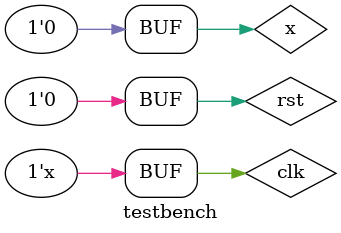
<source format=v>
`timescale 1ns / 1ps

module testbench();

reg clk, rst, x;
wire [1:0] state;
wire y;

SM1 tb(clk, rst, x, y, state);

initial begin
    clk <= 0;
    rst <= 0;
    #5 rst <= 1;
    #5 rst <= 0;
    
    #30 x <= 1;
    #30 x <= 0;
    #30 x <= 1;
    #30 x <= 0;
    #30 x <= 1;
    #30 x <= 0;
    #30 x <= 1;
    #30 x <= 0;

end

always begin
        #5 clk <= ~clk;
end

endmodule

</source>
